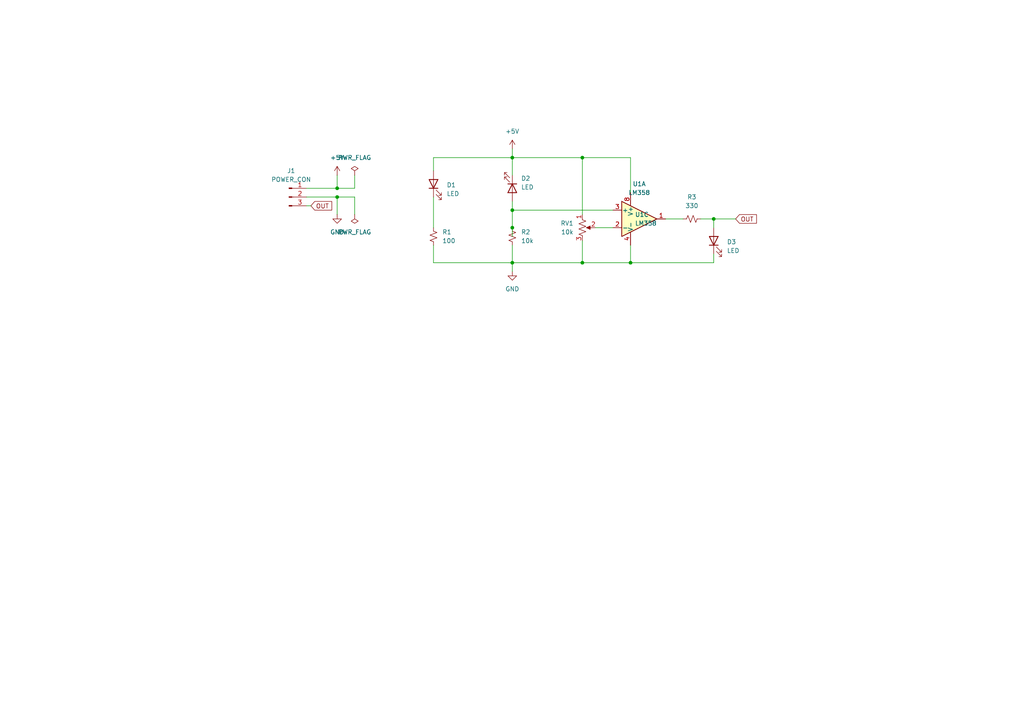
<source format=kicad_sch>
(kicad_sch
	(version 20231120)
	(generator "eeschema")
	(generator_version "8.0")
	(uuid "52ba52c2-5ea4-4dad-95d5-bdee9c4eaaab")
	(paper "A4")
	(title_block
		(title "IR Sensor Module")
		(date "2026-02-11")
	)
	(lib_symbols
		(symbol "Amplifier_Operational:LM358"
			(pin_names
				(offset 0.127)
			)
			(exclude_from_sim no)
			(in_bom yes)
			(on_board yes)
			(property "Reference" "U"
				(at 0 5.08 0)
				(effects
					(font
						(size 1.27 1.27)
					)
					(justify left)
				)
			)
			(property "Value" "LM358"
				(at 0 -5.08 0)
				(effects
					(font
						(size 1.27 1.27)
					)
					(justify left)
				)
			)
			(property "Footprint" ""
				(at 0 0 0)
				(effects
					(font
						(size 1.27 1.27)
					)
					(hide yes)
				)
			)
			(property "Datasheet" "http://www.ti.com/lit/ds/symlink/lm2904-n.pdf"
				(at 0 0 0)
				(effects
					(font
						(size 1.27 1.27)
					)
					(hide yes)
				)
			)
			(property "Description" "Low-Power, Dual Operational Amplifiers, DIP-8/SOIC-8/TO-99-8"
				(at 0 0 0)
				(effects
					(font
						(size 1.27 1.27)
					)
					(hide yes)
				)
			)
			(property "ki_locked" ""
				(at 0 0 0)
				(effects
					(font
						(size 1.27 1.27)
					)
				)
			)
			(property "ki_keywords" "dual opamp"
				(at 0 0 0)
				(effects
					(font
						(size 1.27 1.27)
					)
					(hide yes)
				)
			)
			(property "ki_fp_filters" "SOIC*3.9x4.9mm*P1.27mm* DIP*W7.62mm* TO*99* OnSemi*Micro8* TSSOP*3x3mm*P0.65mm* TSSOP*4.4x3mm*P0.65mm* MSOP*3x3mm*P0.65mm* SSOP*3.9x4.9mm*P0.635mm* LFCSP*2x2mm*P0.5mm* *SIP* SOIC*5.3x6.2mm*P1.27mm*"
				(at 0 0 0)
				(effects
					(font
						(size 1.27 1.27)
					)
					(hide yes)
				)
			)
			(symbol "LM358_1_1"
				(polyline
					(pts
						(xy -5.08 5.08) (xy 5.08 0) (xy -5.08 -5.08) (xy -5.08 5.08)
					)
					(stroke
						(width 0.254)
						(type default)
					)
					(fill
						(type background)
					)
				)
				(pin output line
					(at 7.62 0 180)
					(length 2.54)
					(name "~"
						(effects
							(font
								(size 1.27 1.27)
							)
						)
					)
					(number "1"
						(effects
							(font
								(size 1.27 1.27)
							)
						)
					)
				)
				(pin input line
					(at -7.62 -2.54 0)
					(length 2.54)
					(name "-"
						(effects
							(font
								(size 1.27 1.27)
							)
						)
					)
					(number "2"
						(effects
							(font
								(size 1.27 1.27)
							)
						)
					)
				)
				(pin input line
					(at -7.62 2.54 0)
					(length 2.54)
					(name "+"
						(effects
							(font
								(size 1.27 1.27)
							)
						)
					)
					(number "3"
						(effects
							(font
								(size 1.27 1.27)
							)
						)
					)
				)
			)
			(symbol "LM358_2_1"
				(polyline
					(pts
						(xy -5.08 5.08) (xy 5.08 0) (xy -5.08 -5.08) (xy -5.08 5.08)
					)
					(stroke
						(width 0.254)
						(type default)
					)
					(fill
						(type background)
					)
				)
				(pin input line
					(at -7.62 2.54 0)
					(length 2.54)
					(name "+"
						(effects
							(font
								(size 1.27 1.27)
							)
						)
					)
					(number "5"
						(effects
							(font
								(size 1.27 1.27)
							)
						)
					)
				)
				(pin input line
					(at -7.62 -2.54 0)
					(length 2.54)
					(name "-"
						(effects
							(font
								(size 1.27 1.27)
							)
						)
					)
					(number "6"
						(effects
							(font
								(size 1.27 1.27)
							)
						)
					)
				)
				(pin output line
					(at 7.62 0 180)
					(length 2.54)
					(name "~"
						(effects
							(font
								(size 1.27 1.27)
							)
						)
					)
					(number "7"
						(effects
							(font
								(size 1.27 1.27)
							)
						)
					)
				)
			)
			(symbol "LM358_3_1"
				(pin power_in line
					(at -2.54 -7.62 90)
					(length 3.81)
					(name "V-"
						(effects
							(font
								(size 1.27 1.27)
							)
						)
					)
					(number "4"
						(effects
							(font
								(size 1.27 1.27)
							)
						)
					)
				)
				(pin power_in line
					(at -2.54 7.62 270)
					(length 3.81)
					(name "V+"
						(effects
							(font
								(size 1.27 1.27)
							)
						)
					)
					(number "8"
						(effects
							(font
								(size 1.27 1.27)
							)
						)
					)
				)
			)
		)
		(symbol "Connector:Conn_01x03_Pin"
			(pin_names
				(offset 1.016) hide)
			(exclude_from_sim no)
			(in_bom yes)
			(on_board yes)
			(property "Reference" "J"
				(at 0 5.08 0)
				(effects
					(font
						(size 1.27 1.27)
					)
				)
			)
			(property "Value" "Conn_01x03_Pin"
				(at 0 -5.08 0)
				(effects
					(font
						(size 1.27 1.27)
					)
				)
			)
			(property "Footprint" ""
				(at 0 0 0)
				(effects
					(font
						(size 1.27 1.27)
					)
					(hide yes)
				)
			)
			(property "Datasheet" "~"
				(at 0 0 0)
				(effects
					(font
						(size 1.27 1.27)
					)
					(hide yes)
				)
			)
			(property "Description" "Generic connector, single row, 01x03, script generated"
				(at 0 0 0)
				(effects
					(font
						(size 1.27 1.27)
					)
					(hide yes)
				)
			)
			(property "ki_locked" ""
				(at 0 0 0)
				(effects
					(font
						(size 1.27 1.27)
					)
				)
			)
			(property "ki_keywords" "connector"
				(at 0 0 0)
				(effects
					(font
						(size 1.27 1.27)
					)
					(hide yes)
				)
			)
			(property "ki_fp_filters" "Connector*:*_1x??_*"
				(at 0 0 0)
				(effects
					(font
						(size 1.27 1.27)
					)
					(hide yes)
				)
			)
			(symbol "Conn_01x03_Pin_1_1"
				(polyline
					(pts
						(xy 1.27 -2.54) (xy 0.8636 -2.54)
					)
					(stroke
						(width 0.1524)
						(type default)
					)
					(fill
						(type none)
					)
				)
				(polyline
					(pts
						(xy 1.27 0) (xy 0.8636 0)
					)
					(stroke
						(width 0.1524)
						(type default)
					)
					(fill
						(type none)
					)
				)
				(polyline
					(pts
						(xy 1.27 2.54) (xy 0.8636 2.54)
					)
					(stroke
						(width 0.1524)
						(type default)
					)
					(fill
						(type none)
					)
				)
				(rectangle
					(start 0.8636 -2.413)
					(end 0 -2.667)
					(stroke
						(width 0.1524)
						(type default)
					)
					(fill
						(type outline)
					)
				)
				(rectangle
					(start 0.8636 0.127)
					(end 0 -0.127)
					(stroke
						(width 0.1524)
						(type default)
					)
					(fill
						(type outline)
					)
				)
				(rectangle
					(start 0.8636 2.667)
					(end 0 2.413)
					(stroke
						(width 0.1524)
						(type default)
					)
					(fill
						(type outline)
					)
				)
				(pin passive line
					(at 5.08 2.54 180)
					(length 3.81)
					(name "Pin_1"
						(effects
							(font
								(size 1.27 1.27)
							)
						)
					)
					(number "1"
						(effects
							(font
								(size 1.27 1.27)
							)
						)
					)
				)
				(pin passive line
					(at 5.08 0 180)
					(length 3.81)
					(name "Pin_2"
						(effects
							(font
								(size 1.27 1.27)
							)
						)
					)
					(number "2"
						(effects
							(font
								(size 1.27 1.27)
							)
						)
					)
				)
				(pin passive line
					(at 5.08 -2.54 180)
					(length 3.81)
					(name "Pin_3"
						(effects
							(font
								(size 1.27 1.27)
							)
						)
					)
					(number "3"
						(effects
							(font
								(size 1.27 1.27)
							)
						)
					)
				)
			)
		)
		(symbol "Device:LED"
			(pin_numbers hide)
			(pin_names
				(offset 1.016) hide)
			(exclude_from_sim no)
			(in_bom yes)
			(on_board yes)
			(property "Reference" "D"
				(at 0 2.54 0)
				(effects
					(font
						(size 1.27 1.27)
					)
				)
			)
			(property "Value" "LED"
				(at 0 -2.54 0)
				(effects
					(font
						(size 1.27 1.27)
					)
				)
			)
			(property "Footprint" ""
				(at 0 0 0)
				(effects
					(font
						(size 1.27 1.27)
					)
					(hide yes)
				)
			)
			(property "Datasheet" "~"
				(at 0 0 0)
				(effects
					(font
						(size 1.27 1.27)
					)
					(hide yes)
				)
			)
			(property "Description" "Light emitting diode"
				(at 0 0 0)
				(effects
					(font
						(size 1.27 1.27)
					)
					(hide yes)
				)
			)
			(property "ki_keywords" "LED diode"
				(at 0 0 0)
				(effects
					(font
						(size 1.27 1.27)
					)
					(hide yes)
				)
			)
			(property "ki_fp_filters" "LED* LED_SMD:* LED_THT:*"
				(at 0 0 0)
				(effects
					(font
						(size 1.27 1.27)
					)
					(hide yes)
				)
			)
			(symbol "LED_0_1"
				(polyline
					(pts
						(xy -1.27 -1.27) (xy -1.27 1.27)
					)
					(stroke
						(width 0.254)
						(type default)
					)
					(fill
						(type none)
					)
				)
				(polyline
					(pts
						(xy -1.27 0) (xy 1.27 0)
					)
					(stroke
						(width 0)
						(type default)
					)
					(fill
						(type none)
					)
				)
				(polyline
					(pts
						(xy 1.27 -1.27) (xy 1.27 1.27) (xy -1.27 0) (xy 1.27 -1.27)
					)
					(stroke
						(width 0.254)
						(type default)
					)
					(fill
						(type none)
					)
				)
				(polyline
					(pts
						(xy -3.048 -0.762) (xy -4.572 -2.286) (xy -3.81 -2.286) (xy -4.572 -2.286) (xy -4.572 -1.524)
					)
					(stroke
						(width 0)
						(type default)
					)
					(fill
						(type none)
					)
				)
				(polyline
					(pts
						(xy -1.778 -0.762) (xy -3.302 -2.286) (xy -2.54 -2.286) (xy -3.302 -2.286) (xy -3.302 -1.524)
					)
					(stroke
						(width 0)
						(type default)
					)
					(fill
						(type none)
					)
				)
			)
			(symbol "LED_1_1"
				(pin passive line
					(at -3.81 0 0)
					(length 2.54)
					(name "K"
						(effects
							(font
								(size 1.27 1.27)
							)
						)
					)
					(number "1"
						(effects
							(font
								(size 1.27 1.27)
							)
						)
					)
				)
				(pin passive line
					(at 3.81 0 180)
					(length 2.54)
					(name "A"
						(effects
							(font
								(size 1.27 1.27)
							)
						)
					)
					(number "2"
						(effects
							(font
								(size 1.27 1.27)
							)
						)
					)
				)
			)
		)
		(symbol "Device:R_Potentiometer_US"
			(pin_names
				(offset 1.016) hide)
			(exclude_from_sim no)
			(in_bom yes)
			(on_board yes)
			(property "Reference" "RV"
				(at -4.445 0 90)
				(effects
					(font
						(size 1.27 1.27)
					)
				)
			)
			(property "Value" "R_Potentiometer_US"
				(at -2.54 0 90)
				(effects
					(font
						(size 1.27 1.27)
					)
				)
			)
			(property "Footprint" ""
				(at 0 0 0)
				(effects
					(font
						(size 1.27 1.27)
					)
					(hide yes)
				)
			)
			(property "Datasheet" "~"
				(at 0 0 0)
				(effects
					(font
						(size 1.27 1.27)
					)
					(hide yes)
				)
			)
			(property "Description" "Potentiometer, US symbol"
				(at 0 0 0)
				(effects
					(font
						(size 1.27 1.27)
					)
					(hide yes)
				)
			)
			(property "ki_keywords" "resistor variable"
				(at 0 0 0)
				(effects
					(font
						(size 1.27 1.27)
					)
					(hide yes)
				)
			)
			(property "ki_fp_filters" "Potentiometer*"
				(at 0 0 0)
				(effects
					(font
						(size 1.27 1.27)
					)
					(hide yes)
				)
			)
			(symbol "R_Potentiometer_US_0_1"
				(polyline
					(pts
						(xy 0 -2.286) (xy 0 -2.54)
					)
					(stroke
						(width 0)
						(type default)
					)
					(fill
						(type none)
					)
				)
				(polyline
					(pts
						(xy 0 2.54) (xy 0 2.286)
					)
					(stroke
						(width 0)
						(type default)
					)
					(fill
						(type none)
					)
				)
				(polyline
					(pts
						(xy 2.54 0) (xy 1.524 0)
					)
					(stroke
						(width 0)
						(type default)
					)
					(fill
						(type none)
					)
				)
				(polyline
					(pts
						(xy 1.143 0) (xy 2.286 0.508) (xy 2.286 -0.508) (xy 1.143 0)
					)
					(stroke
						(width 0)
						(type default)
					)
					(fill
						(type outline)
					)
				)
				(polyline
					(pts
						(xy 0 -0.762) (xy 1.016 -1.143) (xy 0 -1.524) (xy -1.016 -1.905) (xy 0 -2.286)
					)
					(stroke
						(width 0)
						(type default)
					)
					(fill
						(type none)
					)
				)
				(polyline
					(pts
						(xy 0 0.762) (xy 1.016 0.381) (xy 0 0) (xy -1.016 -0.381) (xy 0 -0.762)
					)
					(stroke
						(width 0)
						(type default)
					)
					(fill
						(type none)
					)
				)
				(polyline
					(pts
						(xy 0 2.286) (xy 1.016 1.905) (xy 0 1.524) (xy -1.016 1.143) (xy 0 0.762)
					)
					(stroke
						(width 0)
						(type default)
					)
					(fill
						(type none)
					)
				)
			)
			(symbol "R_Potentiometer_US_1_1"
				(pin passive line
					(at 0 3.81 270)
					(length 1.27)
					(name "1"
						(effects
							(font
								(size 1.27 1.27)
							)
						)
					)
					(number "1"
						(effects
							(font
								(size 1.27 1.27)
							)
						)
					)
				)
				(pin passive line
					(at 3.81 0 180)
					(length 1.27)
					(name "2"
						(effects
							(font
								(size 1.27 1.27)
							)
						)
					)
					(number "2"
						(effects
							(font
								(size 1.27 1.27)
							)
						)
					)
				)
				(pin passive line
					(at 0 -3.81 90)
					(length 1.27)
					(name "3"
						(effects
							(font
								(size 1.27 1.27)
							)
						)
					)
					(number "3"
						(effects
							(font
								(size 1.27 1.27)
							)
						)
					)
				)
			)
		)
		(symbol "Device:R_Small_US"
			(pin_numbers hide)
			(pin_names
				(offset 0.254) hide)
			(exclude_from_sim no)
			(in_bom yes)
			(on_board yes)
			(property "Reference" "R"
				(at 0.762 0.508 0)
				(effects
					(font
						(size 1.27 1.27)
					)
					(justify left)
				)
			)
			(property "Value" "R_Small_US"
				(at 0.762 -1.016 0)
				(effects
					(font
						(size 1.27 1.27)
					)
					(justify left)
				)
			)
			(property "Footprint" ""
				(at 0 0 0)
				(effects
					(font
						(size 1.27 1.27)
					)
					(hide yes)
				)
			)
			(property "Datasheet" "~"
				(at 0 0 0)
				(effects
					(font
						(size 1.27 1.27)
					)
					(hide yes)
				)
			)
			(property "Description" "Resistor, small US symbol"
				(at 0 0 0)
				(effects
					(font
						(size 1.27 1.27)
					)
					(hide yes)
				)
			)
			(property "ki_keywords" "r resistor"
				(at 0 0 0)
				(effects
					(font
						(size 1.27 1.27)
					)
					(hide yes)
				)
			)
			(property "ki_fp_filters" "R_*"
				(at 0 0 0)
				(effects
					(font
						(size 1.27 1.27)
					)
					(hide yes)
				)
			)
			(symbol "R_Small_US_1_1"
				(polyline
					(pts
						(xy 0 0) (xy 1.016 -0.381) (xy 0 -0.762) (xy -1.016 -1.143) (xy 0 -1.524)
					)
					(stroke
						(width 0)
						(type default)
					)
					(fill
						(type none)
					)
				)
				(polyline
					(pts
						(xy 0 1.524) (xy 1.016 1.143) (xy 0 0.762) (xy -1.016 0.381) (xy 0 0)
					)
					(stroke
						(width 0)
						(type default)
					)
					(fill
						(type none)
					)
				)
				(pin passive line
					(at 0 2.54 270)
					(length 1.016)
					(name "~"
						(effects
							(font
								(size 1.27 1.27)
							)
						)
					)
					(number "1"
						(effects
							(font
								(size 1.27 1.27)
							)
						)
					)
				)
				(pin passive line
					(at 0 -2.54 90)
					(length 1.016)
					(name "~"
						(effects
							(font
								(size 1.27 1.27)
							)
						)
					)
					(number "2"
						(effects
							(font
								(size 1.27 1.27)
							)
						)
					)
				)
			)
		)
		(symbol "power:+5V"
			(power)
			(pin_numbers hide)
			(pin_names
				(offset 0) hide)
			(exclude_from_sim no)
			(in_bom yes)
			(on_board yes)
			(property "Reference" "#PWR"
				(at 0 -3.81 0)
				(effects
					(font
						(size 1.27 1.27)
					)
					(hide yes)
				)
			)
			(property "Value" "+5V"
				(at 0 3.556 0)
				(effects
					(font
						(size 1.27 1.27)
					)
				)
			)
			(property "Footprint" ""
				(at 0 0 0)
				(effects
					(font
						(size 1.27 1.27)
					)
					(hide yes)
				)
			)
			(property "Datasheet" ""
				(at 0 0 0)
				(effects
					(font
						(size 1.27 1.27)
					)
					(hide yes)
				)
			)
			(property "Description" "Power symbol creates a global label with name \"+5V\""
				(at 0 0 0)
				(effects
					(font
						(size 1.27 1.27)
					)
					(hide yes)
				)
			)
			(property "ki_keywords" "global power"
				(at 0 0 0)
				(effects
					(font
						(size 1.27 1.27)
					)
					(hide yes)
				)
			)
			(symbol "+5V_0_1"
				(polyline
					(pts
						(xy -0.762 1.27) (xy 0 2.54)
					)
					(stroke
						(width 0)
						(type default)
					)
					(fill
						(type none)
					)
				)
				(polyline
					(pts
						(xy 0 0) (xy 0 2.54)
					)
					(stroke
						(width 0)
						(type default)
					)
					(fill
						(type none)
					)
				)
				(polyline
					(pts
						(xy 0 2.54) (xy 0.762 1.27)
					)
					(stroke
						(width 0)
						(type default)
					)
					(fill
						(type none)
					)
				)
			)
			(symbol "+5V_1_1"
				(pin power_in line
					(at 0 0 90)
					(length 0)
					(name "~"
						(effects
							(font
								(size 1.27 1.27)
							)
						)
					)
					(number "1"
						(effects
							(font
								(size 1.27 1.27)
							)
						)
					)
				)
			)
		)
		(symbol "power:GND"
			(power)
			(pin_numbers hide)
			(pin_names
				(offset 0) hide)
			(exclude_from_sim no)
			(in_bom yes)
			(on_board yes)
			(property "Reference" "#PWR"
				(at 0 -6.35 0)
				(effects
					(font
						(size 1.27 1.27)
					)
					(hide yes)
				)
			)
			(property "Value" "GND"
				(at 0 -3.81 0)
				(effects
					(font
						(size 1.27 1.27)
					)
				)
			)
			(property "Footprint" ""
				(at 0 0 0)
				(effects
					(font
						(size 1.27 1.27)
					)
					(hide yes)
				)
			)
			(property "Datasheet" ""
				(at 0 0 0)
				(effects
					(font
						(size 1.27 1.27)
					)
					(hide yes)
				)
			)
			(property "Description" "Power symbol creates a global label with name \"GND\" , ground"
				(at 0 0 0)
				(effects
					(font
						(size 1.27 1.27)
					)
					(hide yes)
				)
			)
			(property "ki_keywords" "global power"
				(at 0 0 0)
				(effects
					(font
						(size 1.27 1.27)
					)
					(hide yes)
				)
			)
			(symbol "GND_0_1"
				(polyline
					(pts
						(xy 0 0) (xy 0 -1.27) (xy 1.27 -1.27) (xy 0 -2.54) (xy -1.27 -1.27) (xy 0 -1.27)
					)
					(stroke
						(width 0)
						(type default)
					)
					(fill
						(type none)
					)
				)
			)
			(symbol "GND_1_1"
				(pin power_in line
					(at 0 0 270)
					(length 0)
					(name "~"
						(effects
							(font
								(size 1.27 1.27)
							)
						)
					)
					(number "1"
						(effects
							(font
								(size 1.27 1.27)
							)
						)
					)
				)
			)
		)
		(symbol "power:PWR_FLAG"
			(power)
			(pin_numbers hide)
			(pin_names
				(offset 0) hide)
			(exclude_from_sim no)
			(in_bom yes)
			(on_board yes)
			(property "Reference" "#FLG"
				(at 0 1.905 0)
				(effects
					(font
						(size 1.27 1.27)
					)
					(hide yes)
				)
			)
			(property "Value" "PWR_FLAG"
				(at 0 3.81 0)
				(effects
					(font
						(size 1.27 1.27)
					)
				)
			)
			(property "Footprint" ""
				(at 0 0 0)
				(effects
					(font
						(size 1.27 1.27)
					)
					(hide yes)
				)
			)
			(property "Datasheet" "~"
				(at 0 0 0)
				(effects
					(font
						(size 1.27 1.27)
					)
					(hide yes)
				)
			)
			(property "Description" "Special symbol for telling ERC where power comes from"
				(at 0 0 0)
				(effects
					(font
						(size 1.27 1.27)
					)
					(hide yes)
				)
			)
			(property "ki_keywords" "flag power"
				(at 0 0 0)
				(effects
					(font
						(size 1.27 1.27)
					)
					(hide yes)
				)
			)
			(symbol "PWR_FLAG_0_0"
				(pin power_out line
					(at 0 0 90)
					(length 0)
					(name "~"
						(effects
							(font
								(size 1.27 1.27)
							)
						)
					)
					(number "1"
						(effects
							(font
								(size 1.27 1.27)
							)
						)
					)
				)
			)
			(symbol "PWR_FLAG_0_1"
				(polyline
					(pts
						(xy 0 0) (xy 0 1.27) (xy -1.016 1.905) (xy 0 2.54) (xy 1.016 1.905) (xy 0 1.27)
					)
					(stroke
						(width 0)
						(type default)
					)
					(fill
						(type none)
					)
				)
			)
		)
	)
	(junction
		(at 207.01 63.5)
		(diameter 0)
		(color 0 0 0 0)
		(uuid "2ea13b15-3e87-45f8-a21e-14837139aafb")
	)
	(junction
		(at 168.91 76.2)
		(diameter 0)
		(color 0 0 0 0)
		(uuid "367136b9-5d2d-4290-b871-6c0f598b903a")
	)
	(junction
		(at 97.79 54.61)
		(diameter 0)
		(color 0 0 0 0)
		(uuid "368bf506-7d87-487b-8cb3-95744e5c24dd")
	)
	(junction
		(at 148.59 66.04)
		(diameter 0)
		(color 0 0 0 0)
		(uuid "384d65e8-5f4c-4122-a182-c6e72648ef5b")
	)
	(junction
		(at 182.88 76.2)
		(diameter 0)
		(color 0 0 0 0)
		(uuid "57fa21b6-8ad4-4067-8966-788591fdd40f")
	)
	(junction
		(at 97.79 57.15)
		(diameter 0)
		(color 0 0 0 0)
		(uuid "8e351c6f-3567-44b2-a911-329b657a4c6f")
	)
	(junction
		(at 148.59 60.96)
		(diameter 0)
		(color 0 0 0 0)
		(uuid "a678553f-d4b4-4e60-af92-21f200c4ca06")
	)
	(junction
		(at 148.59 76.2)
		(diameter 0)
		(color 0 0 0 0)
		(uuid "a9dae8d9-9b48-4029-b653-b5002aef60f8")
	)
	(junction
		(at 168.91 45.72)
		(diameter 0)
		(color 0 0 0 0)
		(uuid "f77b1c50-68eb-41bc-90b1-2c52fc362d03")
	)
	(junction
		(at 148.59 45.72)
		(diameter 0)
		(color 0 0 0 0)
		(uuid "fb9ab96c-4db0-4892-b41f-42f91a47a2f5")
	)
	(wire
		(pts
			(xy 172.72 66.04) (xy 177.8 66.04)
		)
		(stroke
			(width 0)
			(type default)
		)
		(uuid "00d93e34-d83b-43e9-b5ca-8409505677ba")
	)
	(wire
		(pts
			(xy 168.91 45.72) (xy 148.59 45.72)
		)
		(stroke
			(width 0)
			(type default)
		)
		(uuid "1dce5cfc-eb97-4cf0-8566-67ca613cef6a")
	)
	(wire
		(pts
			(xy 182.88 71.12) (xy 182.88 76.2)
		)
		(stroke
			(width 0)
			(type default)
		)
		(uuid "267ed969-a86f-4e2e-9ca8-c85cbddf9f8b")
	)
	(wire
		(pts
			(xy 97.79 57.15) (xy 97.79 62.23)
		)
		(stroke
			(width 0)
			(type default)
		)
		(uuid "3055c2d6-0f82-46c7-b856-fa0df612840f")
	)
	(wire
		(pts
			(xy 125.73 76.2) (xy 148.59 76.2)
		)
		(stroke
			(width 0)
			(type default)
		)
		(uuid "40d951ba-8283-414c-95fd-00da8f91424d")
	)
	(wire
		(pts
			(xy 148.59 45.72) (xy 125.73 45.72)
		)
		(stroke
			(width 0)
			(type default)
		)
		(uuid "40f24a6d-ca53-44fa-adff-364480bec788")
	)
	(wire
		(pts
			(xy 148.59 76.2) (xy 148.59 71.12)
		)
		(stroke
			(width 0)
			(type default)
		)
		(uuid "4377d091-8d83-4e77-a830-d866ae017b04")
	)
	(wire
		(pts
			(xy 168.91 62.23) (xy 168.91 45.72)
		)
		(stroke
			(width 0)
			(type default)
		)
		(uuid "4becdc48-346b-486d-b9b4-71ce939ac377")
	)
	(wire
		(pts
			(xy 148.59 76.2) (xy 148.59 78.74)
		)
		(stroke
			(width 0)
			(type default)
		)
		(uuid "51c655c8-47a8-4375-b5f2-cda83d7dad20")
	)
	(wire
		(pts
			(xy 207.01 63.5) (xy 207.01 66.04)
		)
		(stroke
			(width 0)
			(type default)
		)
		(uuid "568e0673-f0a7-4300-b9eb-a2895836bb50")
	)
	(wire
		(pts
			(xy 207.01 73.66) (xy 207.01 76.2)
		)
		(stroke
			(width 0)
			(type default)
		)
		(uuid "5775aefb-8540-4d06-a023-055459c9c961")
	)
	(wire
		(pts
			(xy 125.73 71.12) (xy 125.73 76.2)
		)
		(stroke
			(width 0)
			(type default)
		)
		(uuid "57ed4ee6-a1ee-46e2-8b23-d0b36e2cc899")
	)
	(wire
		(pts
			(xy 193.04 63.5) (xy 198.12 63.5)
		)
		(stroke
			(width 0)
			(type default)
		)
		(uuid "679e49c9-a883-4ac7-a290-4a91d293893a")
	)
	(wire
		(pts
			(xy 168.91 69.85) (xy 168.91 76.2)
		)
		(stroke
			(width 0)
			(type default)
		)
		(uuid "67b854df-ff80-485e-90a4-d13e9d95cd40")
	)
	(wire
		(pts
			(xy 182.88 76.2) (xy 207.01 76.2)
		)
		(stroke
			(width 0)
			(type default)
		)
		(uuid "68cdf1d5-21f3-48f6-aeb6-2993a9091516")
	)
	(wire
		(pts
			(xy 148.59 45.72) (xy 148.59 50.8)
		)
		(stroke
			(width 0)
			(type default)
		)
		(uuid "6c1c5442-d831-4805-9dc5-513460d9fd7a")
	)
	(wire
		(pts
			(xy 88.9 57.15) (xy 97.79 57.15)
		)
		(stroke
			(width 0)
			(type default)
		)
		(uuid "74cf12ae-941e-4daa-a17b-cebbd6d8cc10")
	)
	(wire
		(pts
			(xy 102.87 54.61) (xy 97.79 54.61)
		)
		(stroke
			(width 0)
			(type default)
		)
		(uuid "76357fb0-6012-4515-af6a-601aec49bc29")
	)
	(wire
		(pts
			(xy 168.91 76.2) (xy 148.59 76.2)
		)
		(stroke
			(width 0)
			(type default)
		)
		(uuid "7bbbfda9-6d4a-40bd-8d90-8fc2969af286")
	)
	(wire
		(pts
			(xy 148.59 60.96) (xy 177.8 60.96)
		)
		(stroke
			(width 0)
			(type default)
		)
		(uuid "7e7fa1ae-4004-4871-b504-fa24b3b16d00")
	)
	(wire
		(pts
			(xy 102.87 50.8) (xy 102.87 54.61)
		)
		(stroke
			(width 0)
			(type default)
		)
		(uuid "84e8fa6f-1b5a-4d68-989e-88e09d098cb1")
	)
	(wire
		(pts
			(xy 207.01 63.5) (xy 213.36 63.5)
		)
		(stroke
			(width 0)
			(type default)
		)
		(uuid "a0b4f472-58c4-4d35-9767-4e81d4993fa8")
	)
	(wire
		(pts
			(xy 148.59 43.18) (xy 148.59 45.72)
		)
		(stroke
			(width 0)
			(type default)
		)
		(uuid "a2a2fd46-f306-4299-8cbb-d6ae369b301c")
	)
	(wire
		(pts
			(xy 148.59 60.96) (xy 148.59 66.04)
		)
		(stroke
			(width 0)
			(type default)
		)
		(uuid "a85c7c8b-9dee-420b-98d6-44c06745b4eb")
	)
	(wire
		(pts
			(xy 97.79 54.61) (xy 97.79 50.8)
		)
		(stroke
			(width 0)
			(type default)
		)
		(uuid "ab87c602-0eb1-4d19-b7f6-c80db95c79f1")
	)
	(wire
		(pts
			(xy 182.88 45.72) (xy 168.91 45.72)
		)
		(stroke
			(width 0)
			(type default)
		)
		(uuid "abb19ab8-caab-43a9-95f1-bb29c9ce59b0")
	)
	(wire
		(pts
			(xy 125.73 45.72) (xy 125.73 49.53)
		)
		(stroke
			(width 0)
			(type default)
		)
		(uuid "af140e7a-e77e-41a0-88ae-3b8ef805f450")
	)
	(wire
		(pts
			(xy 148.59 58.42) (xy 148.59 60.96)
		)
		(stroke
			(width 0)
			(type default)
		)
		(uuid "af35e2ed-fdaf-456d-8c11-811f7b6b28fc")
	)
	(wire
		(pts
			(xy 102.87 57.15) (xy 97.79 57.15)
		)
		(stroke
			(width 0)
			(type default)
		)
		(uuid "b17e9775-f39a-4b2d-a09c-f8ffbe9df73d")
	)
	(wire
		(pts
			(xy 182.88 55.88) (xy 182.88 45.72)
		)
		(stroke
			(width 0)
			(type default)
		)
		(uuid "c80faae6-5d5f-4727-ad39-eab2c01f9fd4")
	)
	(wire
		(pts
			(xy 203.2 63.5) (xy 207.01 63.5)
		)
		(stroke
			(width 0)
			(type default)
		)
		(uuid "d326e38a-e09e-4e72-8e14-bcd5084c025c")
	)
	(wire
		(pts
			(xy 148.59 68.58) (xy 148.59 66.04)
		)
		(stroke
			(width 0)
			(type default)
		)
		(uuid "e8cdf4a2-de7a-4ebd-9c3c-5a4ccca18b03")
	)
	(wire
		(pts
			(xy 88.9 54.61) (xy 97.79 54.61)
		)
		(stroke
			(width 0)
			(type default)
		)
		(uuid "e9ba41a9-8511-4fe9-a1bf-422f471ef003")
	)
	(wire
		(pts
			(xy 168.91 76.2) (xy 182.88 76.2)
		)
		(stroke
			(width 0)
			(type default)
		)
		(uuid "ec40ab72-0c35-4c5b-bb01-24a74952a369")
	)
	(wire
		(pts
			(xy 125.73 57.15) (xy 125.73 66.04)
		)
		(stroke
			(width 0)
			(type default)
		)
		(uuid "f426dc71-b194-4163-990c-ef8005155fe1")
	)
	(wire
		(pts
			(xy 102.87 62.23) (xy 102.87 57.15)
		)
		(stroke
			(width 0)
			(type default)
		)
		(uuid "f475fae1-9b80-4aeb-870e-116473ddd650")
	)
	(wire
		(pts
			(xy 88.9 59.69) (xy 90.17 59.69)
		)
		(stroke
			(width 0)
			(type default)
		)
		(uuid "f5963faf-d829-47ec-abd4-ee8f2acae470")
	)
	(global_label "OUT"
		(shape input)
		(at 90.17 59.69 0)
		(fields_autoplaced yes)
		(effects
			(font
				(size 1.27 1.27)
			)
			(justify left)
		)
		(uuid "82a10a04-57bd-4998-bf9b-25095f65681a")
		(property "Intersheetrefs" "${INTERSHEET_REFS}"
			(at 96.7838 59.69 0)
			(effects
				(font
					(size 1.27 1.27)
				)
				(justify left)
				(hide yes)
			)
		)
	)
	(global_label "OUT"
		(shape input)
		(at 213.36 63.5 0)
		(fields_autoplaced yes)
		(effects
			(font
				(size 1.27 1.27)
			)
			(justify left)
		)
		(uuid "ddd0f1df-08b5-468b-9662-7167a60cead9")
		(property "Intersheetrefs" "${INTERSHEET_REFS}"
			(at 219.9738 63.5 0)
			(effects
				(font
					(size 1.27 1.27)
				)
				(justify left)
				(hide yes)
			)
		)
	)
	(symbol
		(lib_id "power:GND")
		(at 148.59 78.74 0)
		(unit 1)
		(exclude_from_sim no)
		(in_bom yes)
		(on_board yes)
		(dnp no)
		(fields_autoplaced yes)
		(uuid "0fce5217-fd2b-4a41-bba6-3ec90d1fd8c5")
		(property "Reference" "#PWR04"
			(at 148.59 85.09 0)
			(effects
				(font
					(size 1.27 1.27)
				)
				(hide yes)
			)
		)
		(property "Value" "GND"
			(at 148.59 83.82 0)
			(effects
				(font
					(size 1.27 1.27)
				)
			)
		)
		(property "Footprint" ""
			(at 148.59 78.74 0)
			(effects
				(font
					(size 1.27 1.27)
				)
				(hide yes)
			)
		)
		(property "Datasheet" ""
			(at 148.59 78.74 0)
			(effects
				(font
					(size 1.27 1.27)
				)
				(hide yes)
			)
		)
		(property "Description" "Power symbol creates a global label with name \"GND\" , ground"
			(at 148.59 78.74 0)
			(effects
				(font
					(size 1.27 1.27)
				)
				(hide yes)
			)
		)
		(pin "1"
			(uuid "63622ce3-9d8f-42bb-a5c7-604d0a0d5665")
		)
		(instances
			(project "IR Sensor"
				(path "/52ba52c2-5ea4-4dad-95d5-bdee9c4eaaab"
					(reference "#PWR04")
					(unit 1)
				)
			)
		)
	)
	(symbol
		(lib_id "Device:R_Small_US")
		(at 125.73 68.58 0)
		(unit 1)
		(exclude_from_sim no)
		(in_bom yes)
		(on_board yes)
		(dnp no)
		(fields_autoplaced yes)
		(uuid "10638b9f-9832-47cd-a5d9-d668ce7149a3")
		(property "Reference" "R1"
			(at 128.27 67.3099 0)
			(effects
				(font
					(size 1.27 1.27)
				)
				(justify left)
			)
		)
		(property "Value" "100"
			(at 128.27 69.8499 0)
			(effects
				(font
					(size 1.27 1.27)
				)
				(justify left)
			)
		)
		(property "Footprint" "Resistor_SMD:R_1206_3216Metric_Pad1.30x1.75mm_HandSolder"
			(at 125.73 68.58 0)
			(effects
				(font
					(size 1.27 1.27)
				)
				(hide yes)
			)
		)
		(property "Datasheet" "~"
			(at 125.73 68.58 0)
			(effects
				(font
					(size 1.27 1.27)
				)
				(hide yes)
			)
		)
		(property "Description" "Resistor, small US symbol"
			(at 125.73 68.58 0)
			(effects
				(font
					(size 1.27 1.27)
				)
				(hide yes)
			)
		)
		(pin "2"
			(uuid "b38af0d1-767b-4159-82c0-fcc618db7837")
		)
		(pin "1"
			(uuid "8d651e59-057f-4045-82fd-e86d91c2eeff")
		)
		(instances
			(project ""
				(path "/52ba52c2-5ea4-4dad-95d5-bdee9c4eaaab"
					(reference "R1")
					(unit 1)
				)
			)
		)
	)
	(symbol
		(lib_id "power:PWR_FLAG")
		(at 102.87 62.23 180)
		(unit 1)
		(exclude_from_sim no)
		(in_bom yes)
		(on_board yes)
		(dnp no)
		(fields_autoplaced yes)
		(uuid "1f975044-64e1-4065-880d-5129c3173340")
		(property "Reference" "#FLG02"
			(at 102.87 64.135 0)
			(effects
				(font
					(size 1.27 1.27)
				)
				(hide yes)
			)
		)
		(property "Value" "PWR_FLAG"
			(at 102.87 67.31 0)
			(effects
				(font
					(size 1.27 1.27)
				)
			)
		)
		(property "Footprint" ""
			(at 102.87 62.23 0)
			(effects
				(font
					(size 1.27 1.27)
				)
				(hide yes)
			)
		)
		(property "Datasheet" "~"
			(at 102.87 62.23 0)
			(effects
				(font
					(size 1.27 1.27)
				)
				(hide yes)
			)
		)
		(property "Description" "Special symbol for telling ERC where power comes from"
			(at 102.87 62.23 0)
			(effects
				(font
					(size 1.27 1.27)
				)
				(hide yes)
			)
		)
		(pin "1"
			(uuid "0c237e2e-e26f-4647-9950-ea4646281cf3")
		)
		(instances
			(project "IR Sensor"
				(path "/52ba52c2-5ea4-4dad-95d5-bdee9c4eaaab"
					(reference "#FLG02")
					(unit 1)
				)
			)
		)
	)
	(symbol
		(lib_id "Device:R_Small_US")
		(at 148.59 68.58 0)
		(unit 1)
		(exclude_from_sim no)
		(in_bom yes)
		(on_board yes)
		(dnp no)
		(uuid "33a907b1-70af-4b61-b575-ccdd6642766b")
		(property "Reference" "R2"
			(at 151.13 67.3099 0)
			(effects
				(font
					(size 1.27 1.27)
				)
				(justify left)
			)
		)
		(property "Value" "10k"
			(at 151.13 69.8499 0)
			(effects
				(font
					(size 1.27 1.27)
				)
				(justify left)
			)
		)
		(property "Footprint" "Resistor_SMD:R_1206_3216Metric_Pad1.30x1.75mm_HandSolder"
			(at 148.59 68.58 0)
			(effects
				(font
					(size 1.27 1.27)
				)
				(hide yes)
			)
		)
		(property "Datasheet" "~"
			(at 148.59 68.58 0)
			(effects
				(font
					(size 1.27 1.27)
				)
				(hide yes)
			)
		)
		(property "Description" "Resistor, small US symbol"
			(at 148.59 68.58 0)
			(effects
				(font
					(size 1.27 1.27)
				)
				(hide yes)
			)
		)
		(pin "2"
			(uuid "757e8778-0c20-44d6-ae86-bdf40f085a2d")
		)
		(pin "1"
			(uuid "f1586ceb-95a5-4635-9c65-843bba0dd0c3")
		)
		(instances
			(project "IR Sensor"
				(path "/52ba52c2-5ea4-4dad-95d5-bdee9c4eaaab"
					(reference "R2")
					(unit 1)
				)
			)
		)
	)
	(symbol
		(lib_id "Amplifier_Operational:LM358")
		(at 185.42 63.5 0)
		(unit 3)
		(exclude_from_sim no)
		(in_bom yes)
		(on_board yes)
		(dnp no)
		(fields_autoplaced yes)
		(uuid "42eafddd-d33a-4a1b-842a-46d705d9db7b")
		(property "Reference" "U1"
			(at 184.15 62.2299 0)
			(effects
				(font
					(size 1.27 1.27)
				)
				(justify left)
			)
		)
		(property "Value" "LM358"
			(at 184.15 64.7699 0)
			(effects
				(font
					(size 1.27 1.27)
				)
				(justify left)
			)
		)
		(property "Footprint" "Package_DIP:DIP-8_W7.62mm_SMDSocket_SmallPads"
			(at 185.42 63.5 0)
			(effects
				(font
					(size 1.27 1.27)
				)
				(hide yes)
			)
		)
		(property "Datasheet" "http://www.ti.com/lit/ds/symlink/lm2904-n.pdf"
			(at 185.42 63.5 0)
			(effects
				(font
					(size 1.27 1.27)
				)
				(hide yes)
			)
		)
		(property "Description" "Low-Power, Dual Operational Amplifiers, DIP-8/SOIC-8/TO-99-8"
			(at 185.42 63.5 0)
			(effects
				(font
					(size 1.27 1.27)
				)
				(hide yes)
			)
		)
		(pin "7"
			(uuid "ad59e09b-8a48-468a-b45c-021adedf1c65")
		)
		(pin "5"
			(uuid "e7dcaba3-a693-4305-ad8e-5db33ee00d00")
		)
		(pin "8"
			(uuid "f28dce27-9d4c-468b-9e25-f5645d4687e0")
		)
		(pin "1"
			(uuid "fbffc399-b32e-4c1d-bdb1-20825066f5a6")
		)
		(pin "3"
			(uuid "155eb9ca-b522-4a06-b95e-d58ddf50666b")
		)
		(pin "6"
			(uuid "a15e5dd4-5da0-42e5-8607-a24e787c592e")
		)
		(pin "4"
			(uuid "515ad78e-36c6-43b1-9b90-b075de7d395a")
		)
		(pin "2"
			(uuid "3c903c82-6105-4349-aa88-ee47adedc06c")
		)
		(instances
			(project ""
				(path "/52ba52c2-5ea4-4dad-95d5-bdee9c4eaaab"
					(reference "U1")
					(unit 3)
				)
			)
		)
	)
	(symbol
		(lib_id "Device:LED")
		(at 125.73 53.34 90)
		(unit 1)
		(exclude_from_sim no)
		(in_bom yes)
		(on_board yes)
		(dnp no)
		(uuid "4b7d742f-e571-4b89-af8f-0c3ecc975a7c")
		(property "Reference" "D1"
			(at 129.54 53.6574 90)
			(effects
				(font
					(size 1.27 1.27)
				)
				(justify right)
			)
		)
		(property "Value" "LED"
			(at 129.54 56.1974 90)
			(effects
				(font
					(size 1.27 1.27)
				)
				(justify right)
			)
		)
		(property "Footprint" "LED_THT:LED_D5.0mm_Horizontal_O3.81mm_Z3.0mm"
			(at 125.73 53.34 0)
			(effects
				(font
					(size 1.27 1.27)
				)
				(hide yes)
			)
		)
		(property "Datasheet" "~"
			(at 125.73 53.34 0)
			(effects
				(font
					(size 1.27 1.27)
				)
				(hide yes)
			)
		)
		(property "Description" "Light emitting diode"
			(at 125.73 53.34 0)
			(effects
				(font
					(size 1.27 1.27)
				)
				(hide yes)
			)
		)
		(pin "1"
			(uuid "9b503125-e1cc-44c4-9e0d-c54f74030135")
		)
		(pin "2"
			(uuid "64f9ff4d-f1d7-46df-9545-7b0f1e9351fe")
		)
		(instances
			(project ""
				(path "/52ba52c2-5ea4-4dad-95d5-bdee9c4eaaab"
					(reference "D1")
					(unit 1)
				)
			)
		)
	)
	(symbol
		(lib_id "Amplifier_Operational:LM358")
		(at 185.42 63.5 0)
		(unit 1)
		(exclude_from_sim no)
		(in_bom yes)
		(on_board yes)
		(dnp no)
		(fields_autoplaced yes)
		(uuid "510b82e6-3fe1-413f-b3f2-040ec686b8ec")
		(property "Reference" "U1"
			(at 185.42 53.34 0)
			(effects
				(font
					(size 1.27 1.27)
				)
			)
		)
		(property "Value" "LM358"
			(at 185.42 55.88 0)
			(effects
				(font
					(size 1.27 1.27)
				)
			)
		)
		(property "Footprint" "Package_DIP:DIP-8_W7.62mm_SMDSocket_SmallPads"
			(at 185.42 63.5 0)
			(effects
				(font
					(size 1.27 1.27)
				)
				(hide yes)
			)
		)
		(property "Datasheet" "http://www.ti.com/lit/ds/symlink/lm2904-n.pdf"
			(at 185.42 63.5 0)
			(effects
				(font
					(size 1.27 1.27)
				)
				(hide yes)
			)
		)
		(property "Description" "Low-Power, Dual Operational Amplifiers, DIP-8/SOIC-8/TO-99-8"
			(at 185.42 63.5 0)
			(effects
				(font
					(size 1.27 1.27)
				)
				(hide yes)
			)
		)
		(pin "8"
			(uuid "e226e83c-ff27-4cc2-a71e-6a069824b6be")
		)
		(pin "2"
			(uuid "4b1d3e5e-84e5-414a-8ce0-9eb80380cbad")
		)
		(pin "3"
			(uuid "75bd3a26-52dd-49ee-8ece-5252631619b1")
		)
		(pin "5"
			(uuid "a9b3c36f-aa4e-4efe-965f-0ec64e92175d")
		)
		(pin "6"
			(uuid "911e2b4e-fdc4-43e3-8e19-16f97d8f3db3")
		)
		(pin "1"
			(uuid "bca6d46d-6a62-48b4-8ca2-656565f6b256")
		)
		(pin "7"
			(uuid "9a65a573-ac92-4d05-99cf-42ee0302085c")
		)
		(pin "4"
			(uuid "de068ea9-ab92-4b9d-8625-13b23df435b1")
		)
		(instances
			(project ""
				(path "/52ba52c2-5ea4-4dad-95d5-bdee9c4eaaab"
					(reference "U1")
					(unit 1)
				)
			)
		)
	)
	(symbol
		(lib_id "power:+5V")
		(at 97.79 50.8 0)
		(unit 1)
		(exclude_from_sim no)
		(in_bom yes)
		(on_board yes)
		(dnp no)
		(fields_autoplaced yes)
		(uuid "81347203-409c-4649-85af-16759d16b4f5")
		(property "Reference" "#PWR01"
			(at 97.79 54.61 0)
			(effects
				(font
					(size 1.27 1.27)
				)
				(hide yes)
			)
		)
		(property "Value" "+5V"
			(at 97.79 45.72 0)
			(effects
				(font
					(size 1.27 1.27)
				)
			)
		)
		(property "Footprint" ""
			(at 97.79 50.8 0)
			(effects
				(font
					(size 1.27 1.27)
				)
				(hide yes)
			)
		)
		(property "Datasheet" ""
			(at 97.79 50.8 0)
			(effects
				(font
					(size 1.27 1.27)
				)
				(hide yes)
			)
		)
		(property "Description" "Power symbol creates a global label with name \"+5V\""
			(at 97.79 50.8 0)
			(effects
				(font
					(size 1.27 1.27)
				)
				(hide yes)
			)
		)
		(pin "1"
			(uuid "a2d59e9e-dd9f-4f5d-88f1-7ea7ba13e8ff")
		)
		(instances
			(project ""
				(path "/52ba52c2-5ea4-4dad-95d5-bdee9c4eaaab"
					(reference "#PWR01")
					(unit 1)
				)
			)
		)
	)
	(symbol
		(lib_id "Device:R_Small_US")
		(at 200.66 63.5 270)
		(unit 1)
		(exclude_from_sim no)
		(in_bom yes)
		(on_board yes)
		(dnp no)
		(fields_autoplaced yes)
		(uuid "89ec484b-c0b4-4f2e-930c-a84058691597")
		(property "Reference" "R3"
			(at 200.66 57.15 90)
			(effects
				(font
					(size 1.27 1.27)
				)
			)
		)
		(property "Value" "330"
			(at 200.66 59.69 90)
			(effects
				(font
					(size 1.27 1.27)
				)
			)
		)
		(property "Footprint" "Resistor_SMD:R_1206_3216Metric_Pad1.30x1.75mm_HandSolder"
			(at 200.66 63.5 0)
			(effects
				(font
					(size 1.27 1.27)
				)
				(hide yes)
			)
		)
		(property "Datasheet" "~"
			(at 200.66 63.5 0)
			(effects
				(font
					(size 1.27 1.27)
				)
				(hide yes)
			)
		)
		(property "Description" "Resistor, small US symbol"
			(at 200.66 63.5 0)
			(effects
				(font
					(size 1.27 1.27)
				)
				(hide yes)
			)
		)
		(pin "2"
			(uuid "64521a54-9999-4b8f-b758-2a5ff249a0cb")
		)
		(pin "1"
			(uuid "3b5a0fec-36ca-466e-9915-34ca3b6521f8")
		)
		(instances
			(project "IR Sensor"
				(path "/52ba52c2-5ea4-4dad-95d5-bdee9c4eaaab"
					(reference "R3")
					(unit 1)
				)
			)
		)
	)
	(symbol
		(lib_id "Device:R_Potentiometer_US")
		(at 168.91 66.04 0)
		(unit 1)
		(exclude_from_sim no)
		(in_bom yes)
		(on_board yes)
		(dnp no)
		(fields_autoplaced yes)
		(uuid "8e8f0d72-bf3e-4222-b4d3-1c196e63b066")
		(property "Reference" "RV1"
			(at 166.37 64.7699 0)
			(effects
				(font
					(size 1.27 1.27)
				)
				(justify right)
			)
		)
		(property "Value" "10k"
			(at 166.37 67.3099 0)
			(effects
				(font
					(size 1.27 1.27)
				)
				(justify right)
			)
		)
		(property "Footprint" "Potentiometer_THT:Potentiometer_Bourns_3266Y_Vertical"
			(at 168.91 66.04 0)
			(effects
				(font
					(size 1.27 1.27)
				)
				(hide yes)
			)
		)
		(property "Datasheet" "~"
			(at 168.91 66.04 0)
			(effects
				(font
					(size 1.27 1.27)
				)
				(hide yes)
			)
		)
		(property "Description" "Potentiometer, US symbol"
			(at 168.91 66.04 0)
			(effects
				(font
					(size 1.27 1.27)
				)
				(hide yes)
			)
		)
		(pin "2"
			(uuid "220dd392-eec2-4f5b-8152-f5e4cb2d3bb5")
		)
		(pin "3"
			(uuid "2a718db5-4375-42fa-8992-39c0e281c4b6")
		)
		(pin "1"
			(uuid "07155e06-9dad-4bff-8315-64339b40ff32")
		)
		(instances
			(project ""
				(path "/52ba52c2-5ea4-4dad-95d5-bdee9c4eaaab"
					(reference "RV1")
					(unit 1)
				)
			)
		)
	)
	(symbol
		(lib_id "power:GND")
		(at 97.79 62.23 0)
		(unit 1)
		(exclude_from_sim no)
		(in_bom yes)
		(on_board yes)
		(dnp no)
		(fields_autoplaced yes)
		(uuid "a95cdda1-5371-48ac-ba4d-89ddbc3cf6a4")
		(property "Reference" "#PWR02"
			(at 97.79 68.58 0)
			(effects
				(font
					(size 1.27 1.27)
				)
				(hide yes)
			)
		)
		(property "Value" "GND"
			(at 97.79 67.31 0)
			(effects
				(font
					(size 1.27 1.27)
				)
			)
		)
		(property "Footprint" ""
			(at 97.79 62.23 0)
			(effects
				(font
					(size 1.27 1.27)
				)
				(hide yes)
			)
		)
		(property "Datasheet" ""
			(at 97.79 62.23 0)
			(effects
				(font
					(size 1.27 1.27)
				)
				(hide yes)
			)
		)
		(property "Description" "Power symbol creates a global label with name \"GND\" , ground"
			(at 97.79 62.23 0)
			(effects
				(font
					(size 1.27 1.27)
				)
				(hide yes)
			)
		)
		(pin "1"
			(uuid "276144e7-986f-4000-af0b-82e3d7b51506")
		)
		(instances
			(project ""
				(path "/52ba52c2-5ea4-4dad-95d5-bdee9c4eaaab"
					(reference "#PWR02")
					(unit 1)
				)
			)
		)
	)
	(symbol
		(lib_id "power:+5V")
		(at 148.59 43.18 0)
		(unit 1)
		(exclude_from_sim no)
		(in_bom yes)
		(on_board yes)
		(dnp no)
		(fields_autoplaced yes)
		(uuid "abaa415f-f32d-4c0b-bd92-d8b0e058d5d1")
		(property "Reference" "#PWR03"
			(at 148.59 46.99 0)
			(effects
				(font
					(size 1.27 1.27)
				)
				(hide yes)
			)
		)
		(property "Value" "+5V"
			(at 148.59 38.1 0)
			(effects
				(font
					(size 1.27 1.27)
				)
			)
		)
		(property "Footprint" ""
			(at 148.59 43.18 0)
			(effects
				(font
					(size 1.27 1.27)
				)
				(hide yes)
			)
		)
		(property "Datasheet" ""
			(at 148.59 43.18 0)
			(effects
				(font
					(size 1.27 1.27)
				)
				(hide yes)
			)
		)
		(property "Description" "Power symbol creates a global label with name \"+5V\""
			(at 148.59 43.18 0)
			(effects
				(font
					(size 1.27 1.27)
				)
				(hide yes)
			)
		)
		(pin "1"
			(uuid "f0ac1898-87f3-4bab-b7cf-e4121d027e32")
		)
		(instances
			(project "IR Sensor"
				(path "/52ba52c2-5ea4-4dad-95d5-bdee9c4eaaab"
					(reference "#PWR03")
					(unit 1)
				)
			)
		)
	)
	(symbol
		(lib_id "Connector:Conn_01x03_Pin")
		(at 83.82 57.15 0)
		(unit 1)
		(exclude_from_sim no)
		(in_bom yes)
		(on_board yes)
		(dnp no)
		(fields_autoplaced yes)
		(uuid "b759f24b-b021-40e7-be07-23819246df2f")
		(property "Reference" "J1"
			(at 84.455 49.53 0)
			(effects
				(font
					(size 1.27 1.27)
				)
			)
		)
		(property "Value" "POWER_CON"
			(at 84.455 52.07 0)
			(effects
				(font
					(size 1.27 1.27)
				)
			)
		)
		(property "Footprint" "Connector_PinHeader_2.54mm:PinHeader_1x03_P2.54mm_Horizontal"
			(at 83.82 57.15 0)
			(effects
				(font
					(size 1.27 1.27)
				)
				(hide yes)
			)
		)
		(property "Datasheet" "~"
			(at 83.82 57.15 0)
			(effects
				(font
					(size 1.27 1.27)
				)
				(hide yes)
			)
		)
		(property "Description" "Generic connector, single row, 01x03, script generated"
			(at 83.82 57.15 0)
			(effects
				(font
					(size 1.27 1.27)
				)
				(hide yes)
			)
		)
		(pin "1"
			(uuid "eb62c6b8-98e2-4ce6-9822-ec509d1bc072")
		)
		(pin "2"
			(uuid "6999e0e6-c46b-48ef-b16a-379ceb10a0c7")
		)
		(pin "3"
			(uuid "3aa6d753-5a9e-49f2-8014-03b818e8bdaa")
		)
		(instances
			(project ""
				(path "/52ba52c2-5ea4-4dad-95d5-bdee9c4eaaab"
					(reference "J1")
					(unit 1)
				)
			)
		)
	)
	(symbol
		(lib_id "Device:LED")
		(at 148.59 54.61 270)
		(unit 1)
		(exclude_from_sim no)
		(in_bom yes)
		(on_board yes)
		(dnp no)
		(fields_autoplaced yes)
		(uuid "c95579f1-88c5-435d-b2bf-80d6b5a3c076")
		(property "Reference" "D2"
			(at 151.13 51.7524 90)
			(effects
				(font
					(size 1.27 1.27)
				)
				(justify left)
			)
		)
		(property "Value" "LED"
			(at 151.13 54.2924 90)
			(effects
				(font
					(size 1.27 1.27)
				)
				(justify left)
			)
		)
		(property "Footprint" "LED_THT:LED_D5.0mm_Horizontal_O3.81mm_Z3.0mm"
			(at 148.59 54.61 0)
			(effects
				(font
					(size 1.27 1.27)
				)
				(hide yes)
			)
		)
		(property "Datasheet" "~"
			(at 148.59 54.61 0)
			(effects
				(font
					(size 1.27 1.27)
				)
				(hide yes)
			)
		)
		(property "Description" "Light emitting diode"
			(at 148.59 54.61 0)
			(effects
				(font
					(size 1.27 1.27)
				)
				(hide yes)
			)
		)
		(pin "1"
			(uuid "9c391d15-2cfc-48a0-9457-116d29e77bdd")
		)
		(pin "2"
			(uuid "a5499d36-7ac7-4e58-a211-17083b91756b")
		)
		(instances
			(project "IR Sensor"
				(path "/52ba52c2-5ea4-4dad-95d5-bdee9c4eaaab"
					(reference "D2")
					(unit 1)
				)
			)
		)
	)
	(symbol
		(lib_id "power:PWR_FLAG")
		(at 102.87 50.8 0)
		(unit 1)
		(exclude_from_sim no)
		(in_bom yes)
		(on_board yes)
		(dnp no)
		(fields_autoplaced yes)
		(uuid "d08d3fc0-b2ff-41d8-8c5b-53874d356523")
		(property "Reference" "#FLG01"
			(at 102.87 48.895 0)
			(effects
				(font
					(size 1.27 1.27)
				)
				(hide yes)
			)
		)
		(property "Value" "PWR_FLAG"
			(at 102.87 45.72 0)
			(effects
				(font
					(size 1.27 1.27)
				)
			)
		)
		(property "Footprint" ""
			(at 102.87 50.8 0)
			(effects
				(font
					(size 1.27 1.27)
				)
				(hide yes)
			)
		)
		(property "Datasheet" "~"
			(at 102.87 50.8 0)
			(effects
				(font
					(size 1.27 1.27)
				)
				(hide yes)
			)
		)
		(property "Description" "Special symbol for telling ERC where power comes from"
			(at 102.87 50.8 0)
			(effects
				(font
					(size 1.27 1.27)
				)
				(hide yes)
			)
		)
		(pin "1"
			(uuid "e3f13aa5-b96f-4197-a980-cb265e324267")
		)
		(instances
			(project ""
				(path "/52ba52c2-5ea4-4dad-95d5-bdee9c4eaaab"
					(reference "#FLG01")
					(unit 1)
				)
			)
		)
	)
	(symbol
		(lib_id "Device:LED")
		(at 207.01 69.85 90)
		(unit 1)
		(exclude_from_sim no)
		(in_bom yes)
		(on_board yes)
		(dnp no)
		(fields_autoplaced yes)
		(uuid "fe1af298-ee34-43aa-a503-1ac2f00201d8")
		(property "Reference" "D3"
			(at 210.82 70.1674 90)
			(effects
				(font
					(size 1.27 1.27)
				)
				(justify right)
			)
		)
		(property "Value" "LED"
			(at 210.82 72.7074 90)
			(effects
				(font
					(size 1.27 1.27)
				)
				(justify right)
			)
		)
		(property "Footprint" "LED_SMD:LED_1206_3216Metric"
			(at 207.01 69.85 0)
			(effects
				(font
					(size 1.27 1.27)
				)
				(hide yes)
			)
		)
		(property "Datasheet" "~"
			(at 207.01 69.85 0)
			(effects
				(font
					(size 1.27 1.27)
				)
				(hide yes)
			)
		)
		(property "Description" "Light emitting diode"
			(at 207.01 69.85 0)
			(effects
				(font
					(size 1.27 1.27)
				)
				(hide yes)
			)
		)
		(pin "1"
			(uuid "5ccb2a5a-f6f5-4e07-90f0-3d2b274e9da0")
		)
		(pin "2"
			(uuid "8359a5c7-2d19-4141-a8bd-78135841ff08")
		)
		(instances
			(project "IR Sensor"
				(path "/52ba52c2-5ea4-4dad-95d5-bdee9c4eaaab"
					(reference "D3")
					(unit 1)
				)
			)
		)
	)
	(sheet_instances
		(path "/"
			(page "1")
		)
	)
)

</source>
